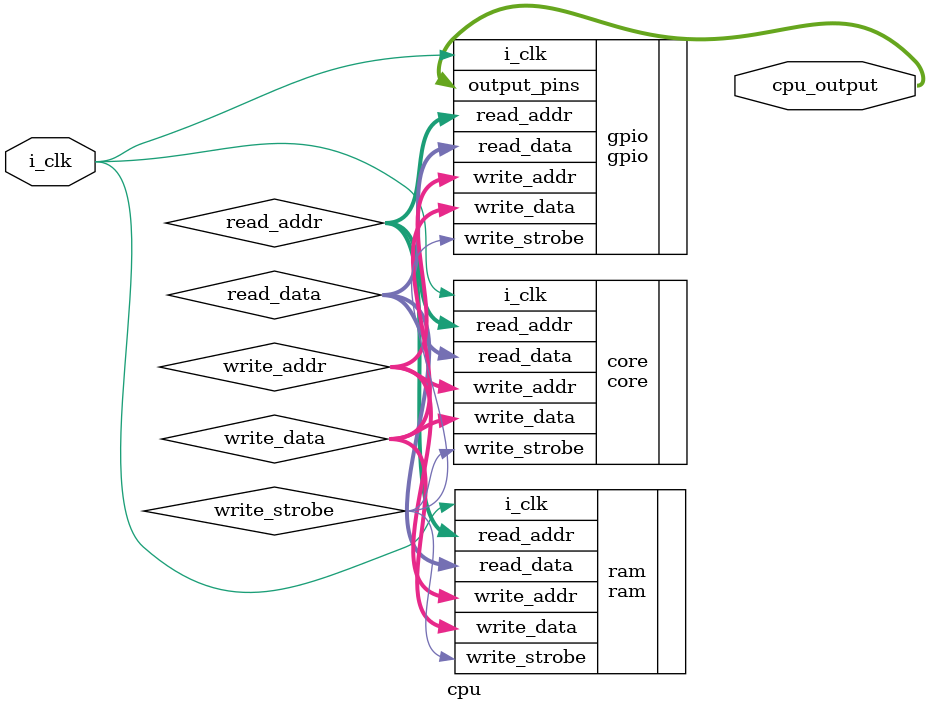
<source format=v>
`default_nettype none

module cpu (
  input i_clk,
  output [7:0] cpu_output
  );
  parameter FILENAME = "top.hex";

  // main bus of cpu
  wire [15:0] read_addr;
  wire [15:0] read_data;
  wire [15:0] write_addr;
  wire [15:0] write_data;
  wire        write_strobe;

  // core logic
  core core(
    .i_clk(i_clk),
    .read_addr(read_addr),
    .read_data(read_data),
    .write_addr(write_addr),
    .write_data(write_data),
    .write_strobe(write_strobe)
    );

  // cpu ram
  ram #(.FILENAME(FILENAME))
  ram(
    .i_clk(i_clk),
    .read_addr(read_addr),
    .read_data(read_data),
    .write_addr(write_addr),
    .write_data(write_data),
    .write_strobe(write_strobe)
    );

 // IO pins
 gpio #(.OFFSET(16'h8100))
 gpio(
   .i_clk(i_clk),
   .read_addr(read_addr),
   .read_data(read_data),
   .write_addr(write_addr),
   .write_data(write_data),
   .write_strobe(write_strobe),
   .output_pins(cpu_output)
   );

endmodule

</source>
